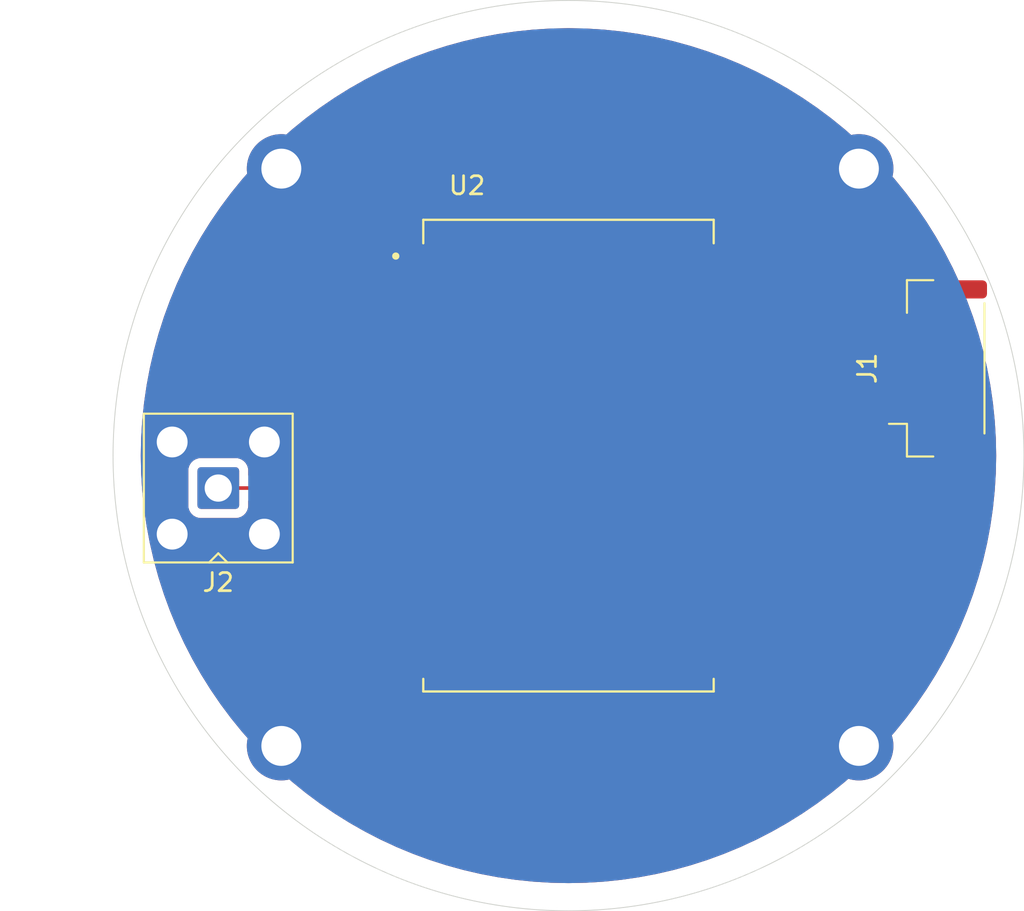
<source format=kicad_pcb>
(kicad_pcb (version 20240108) (generator "pcbnew") (generator_version "8.0")
  (layers (0 "F.Cu" signal) (31 "B.Cu" signal) (34 "B.Paste" user) (35 "F.Paste" user) (36 "B.SilkS" user "B.Silkscreen") (37 "F.SilkS" user "F.Silkscreen") (38 "B.Mask" user) (39 "F.Mask" user) (44 "Edge.Cuts" user))
  (net 0 "")
  (net 1 "/TXD")
  (net 2 "/M1")
  (net 3 "/M0")
  (net 4 "GND")
  (net 5 "/AUX")
  (net 6 "/RXD")
  (net 7 "Net-(J2-In)")
  (net 10 "VCC")
  (footprint "MountingHole:MountingHole_2.2mm_M2_DIN965_Pad" (layer "F.Cu") (at 202.843488 109.11315)
    (property "Reference" "H3" (hide yes))
    (property "Value" "MountingHole_Pad")
    (pad "1" thru_hole circle (at 0 0) (size 3.8 3.8) (drill 2.2) (layers "*.Cu" "*.Mask") (net 4 "GND"))
  )
  (footprint "E32-433T20S:MODULE_E32-433T20S" (layer "F.Cu") (at 186.843533 93.112445)
    (property "Reference" "U2" (at -5.59 -14.885 0) (layer "F.SilkS"))
    (property "Value" "E32-433T30S")
    (fp_line (start -8 -13) (end 8 -13) (stroke (width 0.127)) (layer "F.SilkS"))
    (fp_line (start -8 -11.705) (end -8 -13) (stroke (width 0.127)) (layer "F.SilkS"))
    (fp_line (start -8 13) (end -8 12.305) (stroke (width 0.127)) (layer "F.SilkS"))
    (fp_line (start 8 -13) (end 8 -11.705) (stroke (width 0.127)) (layer "F.SilkS"))
    (fp_line (start 8 13) (end -8 13) (stroke (width 0.127)) (layer "F.SilkS"))
    (fp_line (start 8 13) (end 8 12.305) (stroke (width 0.127)) (layer "F.SilkS"))
    (fp_circle (center -9.515 -11) (end -9.415 -11) (stroke (width 0.2)) (fill none) (layer "F.SilkS"))
    (pad "1" smd roundrect (at -7.81 -11) (size 1.41 0.77) (layers "F.Cu" "F.Paste" "F.Mask") (roundrect_rratio 0.125))
    (pad "2" smd roundrect (at -7.81 -9.73) (size 1.41 0.77) (layers "F.Cu" "F.Paste" "F.Mask") (roundrect_rratio 0.125) (net 4 "GND"))
    (pad "3" smd roundrect (at -7.81 -8.46) (size 1.41 0.77) (layers "F.Cu" "F.Paste" "F.Mask") (roundrect_rratio 0.125))
    (pad "4" smd roundrect (at -7.81 -7.19) (size 1.41 0.77) (layers "F.Cu" "F.Paste" "F.Mask") (roundrect_rratio 0.125))
    (pad "5" smd roundrect (at -7.81 -5.92) (size 1.41 0.77) (layers "F.Cu" "F.Paste" "F.Mask") (roundrect_rratio 0.125))
    (pad "6" smd roundrect (at -7.81 -4.65) (size 1.41 0.77) (layers "F.Cu" "F.Paste" "F.Mask") (roundrect_rratio 0.125))
    (pad "7" smd roundrect (at -7.81 -3.38) (size 1.41 0.77) (layers "F.Cu" "F.Paste" "F.Mask") (roundrect_rratio 0.125))
    (pad "8" smd roundrect (at -7.81 -2.11) (size 1.41 0.77) (layers "F.Cu" "F.Paste" "F.Mask") (roundrect_rratio 0.125) (net 4 "GND"))
    (pad "11" smd roundrect (at -7.81 9.09) (size 1.41 0.77) (layers "F.Cu" "F.Paste" "F.Mask") (roundrect_rratio 0.125) (net 4 "GND"))
    (pad "12" smd roundrect (at -7.81 10.36) (size 1.41 0.77) (layers "F.Cu" "F.Paste" "F.Mask") (roundrect_rratio 0.125) (net 7 "Net-(J2-In)"))
    (pad "13" smd roundrect (at -7.81 11.63) (size 1.41 0.77) (layers "F.Cu" "F.Paste" "F.Mask") (roundrect_rratio 0.125) (net 4 "GND"))
    (pad "14" smd roundrect (at 7.81 11.63) (size 1.41 0.77) (layers "F.Cu" "F.Paste" "F.Mask") (roundrect_rratio 0.125) (net 4 "GND"))
    (pad "15" smd roundrect (at 7.81 10.36) (size 1.41 0.77) (layers "F.Cu" "F.Paste" "F.Mask") (roundrect_rratio 0.125) (net 4 "GND"))
    (pad "16" smd roundrect (at 7.81 9.09) (size 1.41 0.77) (layers "F.Cu" "F.Paste" "F.Mask") (roundrect_rratio 0.125) (net 4 "GND"))
    (pad "19" smd roundrect (at 7.81 -2.11) (size 1.41 0.77) (layers "F.Cu" "F.Paste" "F.Mask") (roundrect_rratio 0.125) (net 4 "GND"))
    (pad "20" smd roundrect (at 7.81 -3.38) (size 1.41 0.77) (layers "F.Cu" "F.Paste" "F.Mask") (roundrect_rratio 0.125) (net 3 "/M0"))
    (pad "21" smd roundrect (at 7.81 -4.65) (size 1.41 0.77) (layers "F.Cu" "F.Paste" "F.Mask") (roundrect_rratio 0.125) (net 2 "/M1"))
    (pad "22" smd roundrect (at 7.81 -5.92) (size 1.41 0.77) (layers "F.Cu" "F.Paste" "F.Mask") (roundrect_rratio 0.125) (net 6 "/RXD"))
    (pad "23" smd roundrect (at 7.81 -7.19) (size 1.41 0.77) (layers "F.Cu" "F.Paste" "F.Mask") (roundrect_rratio 0.125) (net 1 "/TXD"))
    (pad "24" smd roundrect (at 7.81 -8.46) (size 1.41 0.77) (layers "F.Cu" "F.Paste" "F.Mask") (roundrect_rratio 0.125) (net 5 "/AUX"))
    (pad "25" smd roundrect (at 7.81 -9.73) (size 1.41 0.77) (layers "F.Cu" "F.Paste" "F.Mask") (roundrect_rratio 0.125) (net 10 "VCC"))
    (pad "26" smd roundrect (at 7.81 -11) (size 1.41 0.77) (layers "F.Cu" "F.Paste" "F.Mask") (roundrect_rratio 0.125) (net 4 "GND"))
  )
  (footprint "Connector_Coaxial:SMA_Amphenol_901-143_Horizontal" (layer "F.Cu") (at 167.55 94.9 90)
    (property "Reference" "J2" (at -5.2 0 0) (layer "F.SilkS"))
    (property "Value" "Conn_Coaxial_Small")
    (fp_line (start 4.1 -4.1) (end 4.1 4.1) (stroke (width 0.12)) (layer "F.SilkS"))
    (fp_line (start -4.1 -4.1) (end 4.1 -4.1) (stroke (width 0.12)) (layer "F.SilkS"))
    (fp_line (start -4.1 -4.1) (end -4.1 4.1) (stroke (width 0.12)) (layer "F.SilkS"))
    (fp_line (start -3.599999 0) (end -4.1 -0.5) (stroke (width 0.12)) (layer "F.SilkS"))
    (fp_line (start -4.1 0.5) (end -3.599999 0) (stroke (width 0.12)) (layer "F.SilkS"))
    (fp_line (start -4.1 4.1) (end 4.1 4.1) (stroke (width 0.12)) (layer "F.SilkS"))
    (pad "1" thru_hole roundrect (at 0 0 90) (size 2.3 2.3) (drill 1.5) (layers "*.Cu" "*.Mask") (roundrect_rratio 0.087) (net 7 "Net-(J2-In)"))
    (pad "2" thru_hole circle (at -2.54 -2.54 90) (size 2.5 2.5) (drill 1.7) (layers "*.Cu" "*.Mask") (net 4 "GND"))
    (pad "2" thru_hole circle (at -2.54 2.54 90) (size 2.5 2.5) (drill 1.7) (layers "*.Cu" "*.Mask") (net 4 "GND"))
    (pad "2" thru_hole circle (at 2.54 -2.54 90) (size 2.5 2.5) (drill 1.7) (layers "*.Cu" "*.Mask") (net 4 "GND"))
    (pad "2" thru_hole circle (at 2.54 2.54 90) (size 2.5 2.5) (drill 1.7) (layers "*.Cu" "*.Mask") (net 4 "GND"))
  )
  (footprint "MountingHole:MountingHole_2.2mm_M2_DIN965_Pad" (layer "F.Cu") (at 202.843488 77.293345)
    (property "Reference" "H1" (hide yes))
    (property "Value" "MountingHole_Pad")
    (pad "1" thru_hole circle (at 0 0) (size 3.8 3.8) (drill 2.2) (layers "*.Cu" "*.Mask") (net 4 "GND"))
  )
  (footprint "Connector_JST:JST_GH_SM05B-GHS-TB_1x05-1MP_P1.25mm_Horizontal" (layer "F.Cu") (at 207.2 88.3 90)
    (property "Reference" "J1" (at 0 -3.899999 270) (layer "F.SilkS"))
    (property "Value" "Conn_01x05_MountingPin")
    (fp_line (start 4.86 -1.710001) (end 3.06 -1.71) (stroke (width 0.12)) (layer "F.SilkS"))
    (fp_line (start -4.86 -1.710001) (end -3.06 -1.71) (stroke (width 0.12)) (layer "F.SilkS"))
    (fp_line (start -3.06 -1.71) (end -3.06 -2.7) (stroke (width 0.12)) (layer "F.SilkS"))
    (fp_line (start 4.86 -0.26) (end 4.86 -1.710001) (stroke (width 0.12)) (layer "F.SilkS"))
    (fp_line (start -4.86 -0.26) (end -4.86 -1.710001) (stroke (width 0.12)) (layer "F.SilkS"))
    (fp_line (start -3.59 2.56) (end 3.59 2.56) (stroke (width 0.12)) (layer "F.SilkS"))
    (pad "1" smd roundrect (at -2.499999 -1.85 90) (size 0.6 1.7) (layers "F.Cu" "F.Paste" "F.Mask") (net 3 "/M0"))
    (pad "2" smd roundrect (at -1.25 -1.85 90) (size 0.6 1.7) (layers "F.Cu" "F.Paste" "F.Mask") (net 2 "/M1"))
    (pad "3" smd roundrect (at 0 -1.850001 90) (size 0.6 1.7) (layers "F.Cu" "F.Paste" "F.Mask") (net 6 "/RXD"))
    (pad "4" smd roundrect (at 1.25 -1.85 90) (size 0.6 1.7) (layers "F.Cu" "F.Paste" "F.Mask") (net 1 "/TXD"))
    (pad "5" smd roundrect (at 2.499999 -1.85 90) (size 0.6 1.7) (layers "F.Cu" "F.Paste" "F.Mask") (net 5 "/AUX"))
    (pad "MP" smd roundrect (at -4.35 1.35 90) (size 1 2.7) (layers "F.Cu" "F.Paste" "F.Mask") (net 4 "GND"))
    (pad "MP" smd roundrect (at 4.35 1.35 90) (size 1 2.7) (layers "F.Cu" "F.Paste" "F.Mask") (net 4 "GND"))
  )
  (footprint "MountingHole:MountingHole_2.2mm_M2_DIN965_Pad" (layer "F.Cu") (at 171.023683 109.11315)
    (property "Reference" "H4" (hide yes))
    (property "Value" "MountingHole_Pad")
    (pad "1" thru_hole circle (at 0 0) (size 3.8 3.8) (drill 2.2) (layers "*.Cu" "*.Mask") (net 4 "GND"))
  )
  (footprint "MountingHole:MountingHole_2.2mm_M2_DIN965_Pad" (layer "F.Cu") (at 171.023683 77.293345)
    (property "Reference" "H2" (hide yes))
    (property "Value" "MountingHole_Pad")
    (pad "1" thru_hole circle (at 0 0) (size 3.8 3.8) (drill 2.2) (layers "*.Cu" "*.Mask") (net 4 "GND"))
  )
  (gr_circle (center 186.843533 93.112445) (end 211.933586 93.203248) (stroke (width 0.05)) (fill none) (layer "Edge.Cuts"))
  (segment (start 203.15 86.95) (end 202.300001 86.95) (width 0.2) (layer "F.Cu") (net 1))
  (segment (start 201.272446 85.922445) (end 194.653533 85.922445) (width 0.2) (layer "F.Cu") (net 1))
  (segment (start 202.300001 86.95) (end 201.272446 85.922445) (width 0.2) (layer "F.Cu") (net 1))
  (segment (start 203.15 86.95) (end 203.25 87.05) (width 0.2) (layer "F.Cu") (net 1))
  (segment (start 203.25 87.05) (end 205.35 87.05) (width 0.2) (layer "F.Cu") (net 1))
  (segment (start 203.25 89.55) (end 205.35 89.55) (width 0.2) (layer "F.Cu") (net 2))
  (segment (start 202.747445 89.047445) (end 203.25 89.55) (width 0.2) (layer "F.Cu") (net 2))
  (segment (start 194.653533 88.462445) (end 195.238533 89.047445) (width 0.2) (layer "F.Cu") (net 2))
  (segment (start 195.238533 89.047445) (end 202.747445 89.047445) (width 0.2) (layer "F.Cu") (net 2))
  (segment (start 196.326087 90.699999) (end 202.8 90.699999) (width 0.2) (layer "F.Cu") (net 3))
  (segment (start 202.8 90.699999) (end 203.15 90.699999) (width 0.2) (layer "F.Cu") (net 3))
  (segment (start 205.35 90.799999) (end 205.25 90.699999) (width 0.2) (layer "F.Cu") (net 3))
  (segment (start 195.358533 89.732445) (end 196.326087 90.699999) (width 0.2) (layer "F.Cu") (net 3))
  (segment (start 205.25 90.699999) (end 202.8 90.699999) (width 0.2) (layer "F.Cu") (net 3))
  (segment (start 194.653533 89.732445) (end 195.358533 89.732445) (width 0.2) (layer "F.Cu") (net 3))
  (segment (start 203.25 85.800001) (end 202.102444 84.652445) (width 0.2) (layer "F.Cu") (net 5))
  (segment (start 205.35 85.800001) (end 203.25 85.800001) (width 0.2) (layer "F.Cu") (net 5))
  (segment (start 202.102444 84.652445) (end 194.653533 84.652445) (width 0.2) (layer "F.Cu") (net 5))
  (segment (start 196.366088 88.2) (end 202.8 88.2) (width 0.2) (layer "F.Cu") (net 6))
  (segment (start 203 88.2) (end 203.1 88.3) (width 0.2) (layer "F.Cu") (net 6))
  (segment (start 195.358533 87.192445) (end 196.366088 88.2) (width 0.2) (layer "F.Cu") (net 6))
  (segment (start 202.8 88.2) (end 203 88.2) (width 0.2) (layer "F.Cu") (net 6))
  (segment (start 205.349999 88.3) (end 202.9 88.3) (width 0.2) (layer "F.Cu") (net 6))
  (segment (start 202.9 88.3) (end 202.8 88.2) (width 0.2) (layer "F.Cu") (net 6))
  (segment (start 194.653533 87.192445) (end 195.358533 87.192445) (width 0.2) (layer "F.Cu") (net 6))
  (segment (start 171.3 94.9) (end 175.8 99.4) (width 0.2) (layer "F.Cu") (net 7))
  (segment (start 175.8 100.429462) (end 178.842983 103.472445) (width 0.2) (layer "F.Cu") (net 7))
  (segment (start 178.842983 103.472445) (end 179.033533 103.472445) (width 0.2) (layer "F.Cu") (net 7))
  (segment (start 167.55 94.9) (end 171.3 94.9) (width 0.2) (layer "F.Cu") (net 7))
  (segment (start 175.8 99.4) (end 175.8 100.429462) (width 0.2) (layer "F.Cu") (net 7))
  (zone (net 4) (net_name "GND") (layers "F&B.Cu") (connect_pads yes (clearance 0.5)) (min_thickness 0.25) (fill yes (thermal_gap 0.5) (thermal_bridge_width 0.5))
    (polygon (pts (xy 210.406133 93.112445) (xy 210.386005 92.138721) (xy 210.325655 91.166661) (xy 210.225186 90.197925) (xy 210.08477 89.234169) (xy 209.904647 88.277038) (xy 209.685124 87.328169) (xy 209.426576 86.389182) (xy 209.129446 85.461681) (xy 208.794241 84.547252) (xy 208.421534 83.647456) (xy 208.01196 82.763831) (xy 207.566221 81.897887) (xy 207.085078 81.051102) (xy 206.569352 80.224924) (xy 206.019925 79.420764) (xy 205.437735 78.639997) (xy 204.823778 77.883955) (xy 204.179101 77.15393) (xy 203.504807 76.451171) (xy 202.802048 75.776877) (xy 202.072023 75.1322) (xy 201.315981 74.518243) (xy 200.535214 73.936053) (xy 199.731054 73.386626) (xy 198.904876 72.8709) (xy 198.058091 72.389757) (xy 197.192147 71.944018) (xy 196.308522 71.534444) (xy 195.408726 71.161737) (xy 194.494297 70.826532) (xy 193.566796 70.529402) (xy 192.627809 70.270854) (xy 191.67894 70.051331) (xy 190.721809 69.871208) (xy 189.758053 69.730792) (xy 188.789317 69.630323) (xy 187.817257 69.569973) (xy 186.843533 69.549845) (xy 185.869809 69.569973) (xy 184.897749 69.630323) (xy 183.929013 69.730792) (xy 182.965257 69.871208) (xy 182.008126 70.051331) (xy 181.059257 70.270854) (xy 180.12027 70.529402) (xy 179.192769 70.826532) (xy 178.27834 71.161737) (xy 177.378544 71.534444) (xy 176.494919 71.944018) (xy 175.628975 72.389757) (xy 174.78219 72.8709) (xy 173.956012 73.386626) (xy 173.151852 73.936053) (xy 172.371085 74.518243) (xy 171.615043 75.1322) (xy 170.885018 75.776877) (xy 170.182259 76.451171) (xy 169.507965 77.15393) (xy 168.863288 77.883955) (xy 168.249331 78.639997) (xy 167.667141 79.420764) (xy 167.117714 80.224924) (xy 166.601988 81.051102) (xy 166.120845 81.897887) (xy 165.675106 82.763831) (xy 165.265532 83.647456) (xy 164.892825 84.547252) (xy 164.55762 85.461681) (xy 164.26049 86.389182) (xy 164.001942 87.328169) (xy 163.782419 88.277038) (xy 163.602296 89.234169) (xy 163.46188 90.197925) (xy 163.361411 91.166661) (xy 163.301061 92.138721) (xy 163.280933 93.112445) (xy 163.301061 94.086169) (xy 163.361411 95.058229) (xy 163.46188 96.026965) (xy 163.602296 96.990721) (xy 163.782419 97.947852) (xy 164.001942 98.896721) (xy 164.26049 99.835708) (xy 164.55762 100.763209) (xy 164.892825 101.677638) (xy 165.265532 102.577434) (xy 165.675106 103.461059) (xy 166.120845 104.327003) (xy 166.601988 105.173788) (xy 167.117714 105.999966) (xy 167.667141 106.804126) (xy 168.249331 107.584893) (xy 168.863288 108.340935) (xy 169.507965 109.07096) (xy 170.182259 109.773719) (xy 170.885018 110.448013) (xy 171.615043 111.09269) (xy 172.371085 111.706647) (xy 173.151852 112.288837) (xy 173.956012 112.838264) (xy 174.78219 113.35399) (xy 175.628975 113.835133) (xy 176.494919 114.280872) (xy 177.378544 114.690446) (xy 178.27834 115.063153) (xy 179.192769 115.398358) (xy 180.12027 115.695488) (xy 181.059257 115.954036) (xy 182.008126 116.173559) (xy 182.965257 116.353682) (xy 183.929013 116.494098) (xy 184.897749 116.594567) (xy 185.869809 116.654917) (xy 186.843533 116.675045) (xy 187.817257 116.654917) (xy 188.789317 116.594567) (xy 189.758053 116.494098) (xy 190.721809 116.353682) (xy 191.67894 116.173559) (xy 192.627809 115.954036) (xy 193.566796 115.695488) (xy 194.494297 115.398358) (xy 195.408726 115.063153) (xy 196.308522 114.690446) (xy 197.192147 114.280872) (xy 198.058091 113.835133) (xy 198.904876 113.35399) (xy 199.731054 112.838264) (xy 200.535214 112.288837) (xy 201.315981 111.706647) (xy 202.072023 111.09269) (xy 202.802048 110.448013) (xy 203.504807 109.773719) (xy 204.179101 109.07096) (xy 204.823778 108.340935) (xy 205.437735 107.584893) (xy 206.019925 106.804126) (xy 206.569352 105.999966) (xy 207.085078 105.173788) (xy 207.566221 104.327003) (xy 208.01196 103.461059) (xy 208.421534 102.577434) (xy 208.794241 101.677638) (xy 209.129446 100.763209) (xy 209.426576 99.835708) (xy 209.685124 98.896721) (xy 209.904647 97.947852) (xy 210.08477 96.990721) (xy 210.225186 96.026965) (xy 210.325655 95.058229) (xy 210.386005 94.086169) (xy 210.406133 93.112445)))
  )
)
</source>
